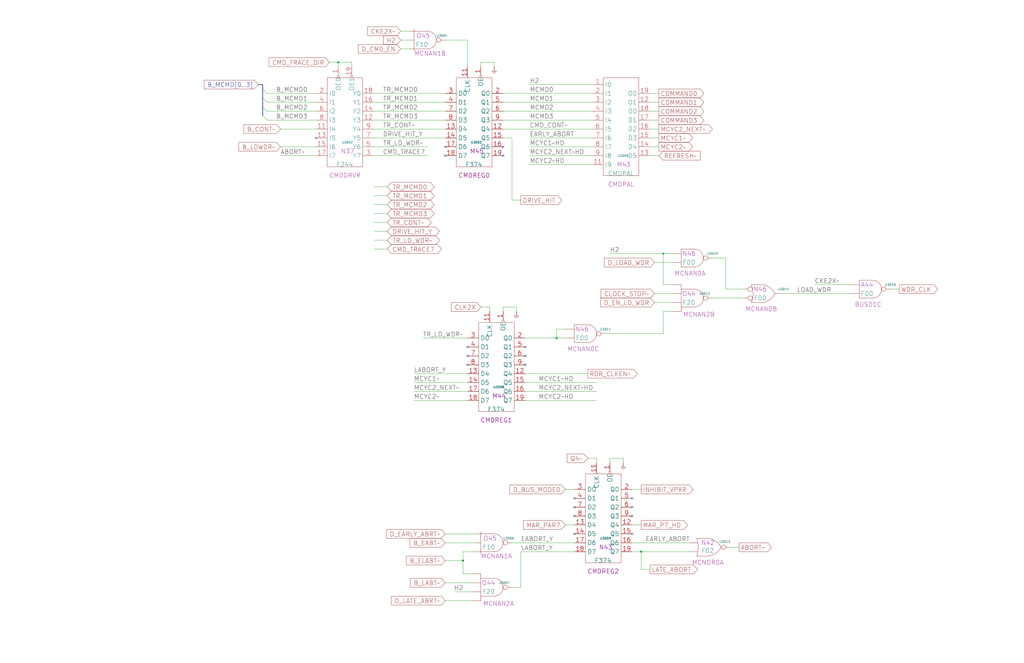
<source format=kicad_sch>
(kicad_sch (version 20230121) (generator eeschema)
  (paper "User" 584.2 378.46)
  (title_block (title "CONTROL\\nCOMMAND + WDR CLOCKS") (date "08-MAR-90") (rev "0.0") (comment 1 "MEM32 BOARD") (comment 2 "232-003066") (comment 3 "S400") (comment 4 "RELEASED"))
  (lib_symbols
    (symbol "r1000:CMDPAL" (pin_names (offset 1.016))
      (property "Reference" "U" (at 2.54 5.08 0))
      (property "Value" "CMDPAL" (at -6.35 -5.08 0))
      (property "Location" "___" (at -1.27 0 0))
      (property "Name" "______" (at 1.27 -12.7 0))
      (symbol "CMDPAL_1_1"
        (rectangle (start -8.89 49.53) (end 11.43 -6.35))
        (pin input line (at -15.24 45.72 0) (length 6.35) (name "I0") (number "1"))
        (pin input line (at -15.24 0 0) (length 6.35) (name "I9") (number "11"))
        (pin output line (at 17.78 35.56 180) (length 6.35) (name "O1") (number "12"))
        (pin input line (at 17.78 5.08 180) (length 6.35) (name "D5") (number "13"))
        (pin output line (at 17.78 10.16 180) (length 6.35) (name "D4") (number "14"))
        (pin output line (at 17.78 15.24 180) (length 6.35) (name "D3") (number "15"))
        (pin output line (at 17.78 20.32 180) (length 6.35) (name "D2") (number "16"))
        (pin output line (at 17.78 25.4 180) (length 6.35) (name "D1") (number "17"))
        (pin output line (at 17.78 30.48 180) (length 6.35) (name "D0") (number "18"))
        (pin output line (at 17.78 40.64 180) (length 6.35) (name "O0") (number "19"))
        (pin input line (at -15.24 40.64 0) (length 6.35) (name "I1") (number "2"))
        (pin input line (at -15.24 35.56 0) (length 6.35) (name "I2") (number "3"))
        (pin input line (at -15.24 30.48 0) (length 6.35) (name "I3") (number "4"))
        (pin input line (at -15.24 25.4 0) (length 6.35) (name "I4") (number "5"))
        (pin input line (at -15.24 20.32 0) (length 6.35) (name "I5") (number "6"))
        (pin input line (at -15.24 15.24 0) (length 6.35) (name "I6") (number "7"))
        (pin input line (at -15.24 10.16 0) (length 6.35) (name "I7") (number "8"))
        (pin input line (at -15.24 5.08 0) (length 6.35) (name "I8") (number "9"))
      )
    )
    (symbol "r1000:F00" (pin_numbers hide) (pin_names hide)
      (property "Reference" "U" (at 15.24 0 0))
      (property "Value" "F00" (at 1.905 -5.08 0))
      (property "Location" "___" (at 1.905 0 0))
      (property "Name" "______" (at 2.54 -12.7 0))
      (symbol "F00_0_1"
        (polyline (pts (xy -2.54 -7.62) (xy 5.08 -7.62)) (stroke (width 0.1524)))
        (polyline (pts (xy -2.54 2.54) (xy -2.54 -7.62)) (stroke (width 0.1524)))
        (polyline (pts (xy -2.54 2.54) (xy 5.08 2.54)) (stroke (width 0.1524)))
        (arc (start 5.08 -7.62) (mid 10.1282 -2.54) (end 5.08 2.54) (stroke (width 0.1524)))
        (circle (center 11.43 -2.54) (radius 1.27) (stroke (width 0.1524)))
      )
      (symbol "F00_0_2"
        (circle (center -3.81 -5.08) (radius 1.27) (stroke (width 0.1524)))
        (circle (center -3.81 0) (radius 1.27) (stroke (width 0.1524)))
        (arc (start -3.175 -7.62) (mid -2.134 -2.54) (end -3.175 2.54) (stroke (width 0.1524)))
        (polyline (pts (xy -3.175 -7.62) (xy 3.81 -7.62)) (stroke (width 0.1524)))
        (polyline (pts (xy -3.175 2.54) (xy 3.81 2.54)) (stroke (width 0.1524)))
        (arc (start 3.81 -7.62) (mid 7.5855 -5.8306) (end 10.16 -2.54) (stroke (width 0.1524)))
        (arc (start 10.16 -2.54) (mid 7.5827 0.7471) (end 3.81 2.54) (stroke (width 0.1524)))
      )
      (symbol "F00_1_1"
        (pin input line (at -7.62 0 0) (length 5.08) (name "D0") (number "1"))
        (pin input line (at -7.62 -5.08 0) (length 5.08) (name "D1") (number "2"))
        (pin output line (at 15.24 -2.54 180) (length 2.54) (name "Q") (number "3"))
      )
      (symbol "F00_1_2"
        (pin input line (at -7.62 0 0) (length 2.54) (name "D0") (number "1"))
        (pin input line (at -7.62 -5.08 0) (length 2.54) (name "D1") (number "2"))
        (pin output line (at 15.24 -2.54 180) (length 5.08) (name "Q") (number "3"))
      )
    )
    (symbol "r1000:F02" (pin_numbers hide) (pin_names hide)
      (property "Reference" "U" (at 12.16 0.635 0))
      (property "Value" "F02" (at -1.27 -4.445 0))
      (property "Location" "___" (at 2.54 0 0))
      (property "Name" "______" (at 2.54 -12.7 0))
      (symbol "F02_0_1"
        (arc (start -3.81 -7.62) (mid -2.9847 -2.54) (end -3.81 2.54) (stroke (width 0.1524)))
        (polyline (pts (xy -5.08 -5.08) (xy -3.175 -5.08)) (stroke (width 0.1524)))
        (polyline (pts (xy -5.08 0) (xy -3.175 0)) (stroke (width 0.1524)))
        (polyline (pts (xy -3.81 -7.62) (xy 2.54 -7.62)) (stroke (width 0.1524)))
        (polyline (pts (xy -3.81 2.54) (xy 2.54 2.54)) (stroke (width 0.1524)))
        (polyline (pts (xy 13.97 -2.54) (xy 12.7 -2.54)) (stroke (width 0.1524)))
        (arc (start 2.54 -7.62) (mid 6.9515 -5.9823) (end 10.16 -2.54) (stroke (width 0.1524)))
        (arc (start 10.16 -2.54) (mid 6.9478 0.8966) (end 2.54 2.54) (stroke (width 0.1524)))
        (circle (center 11.43 -2.54) (radius 1.27) (stroke (width 0.1524)))
      )
      (symbol "F02_0_2"
        (circle (center -3.81 -5.08) (radius 1.27) (stroke (width 0.1524)))
        (circle (center -3.81 0) (radius 1.27) (stroke (width 0.1524)))
        (polyline (pts (xy -2.54 -7.62) (xy 5.08 -7.62)) (stroke (width 0.1524)))
        (polyline (pts (xy -2.54 2.54) (xy -2.54 -7.62)) (stroke (width 0.1524)))
        (polyline (pts (xy -2.54 2.54) (xy 5.08 2.54)) (stroke (width 0.1524)))
        (polyline (pts (xy 11.43 -2.54) (xy 10.16 -2.54)) (stroke (width 0.1524)))
        (polyline (pts (xy 11.43 -2.54) (xy 12.7 -2.54)) (stroke (width 0.1524)))
        (arc (start 5.08 -7.62) (mid 10.1282 -2.54) (end 5.08 2.54) (stroke (width 0.1524)))
      )
      (symbol "F02_1_1"
        (pin input line (at -7.62 0 0) (length 2.54) (name "D0") (number "1"))
        (pin input line (at -7.62 -5.08 0) (length 2.54) (name "D1") (number "2"))
        (pin output line (at 15.24 -2.54 180) (length 1.27) (name "Q") (number "3"))
      )
      (symbol "F02_1_2"
        (pin input line (at -7.62 0 0) (length 2.54) (name "D0") (number "1"))
        (pin input line (at -7.62 -5.08 0) (length 2.54) (name "D1") (number "2"))
        (pin output line (at 15.24 -2.54 180) (length 2.54) (name "Q") (number "3"))
      )
    )
    (symbol "r1000:F10" (pin_numbers hide) (pin_names hide)
      (property "Reference" "U" (at 13.335 0 0))
      (property "Value" "F10" (at 5.715 -5.08 0))
      (property "Location" "___" (at -1.27 0 0))
      (property "Name" "______" (at -2.54 -10.16 0))
      (symbol "F10_0_1"
        (polyline (pts (xy -2.54 -7.62) (xy 5.08 -7.62)) (stroke (width 0.1524)))
        (polyline (pts (xy -2.54 2.54) (xy 5.08 2.54)) (stroke (width 0.1524)))
        (polyline (pts (xy -2.54 3.81) (xy -2.54 -8.89)) (stroke (width 0.1524)))
        (arc (start 5.08 -7.62) (mid 10.1282 -2.54) (end 5.08 2.54) (stroke (width 0.1524)))
        (circle (center 11.43 -2.54) (radius 1.27) (stroke (width 0.1524)))
      )
      (symbol "F10_0_2"
        (circle (center -3.81 -7.62) (radius 1.27) (stroke (width 0.1524)))
        (circle (center -3.81 2.54) (radius 1.27) (stroke (width 0.1524)))
        (circle (center -3.175 -2.54) (radius 1.27) (stroke (width 0.1524)))
        (arc (start -2.54 -7.62) (mid -1.8195 -2.54) (end -2.54 2.54) (stroke (width 0.1524)))
        (polyline (pts (xy -4.445 -2.54) (xy -5.08 -2.54)) (stroke (width 0.1524)))
        (polyline (pts (xy -2.54 -7.62) (xy 5.08 -7.62)) (stroke (width 0.1524)))
        (polyline (pts (xy -2.54 2.54) (xy 5.08 2.54)) (stroke (width 0.1524)))
        (polyline (pts (xy 10.795 -2.54) (xy 12.7 -2.54)) (stroke (width 0.1524)))
        (arc (start 5.08 -7.62) (mid 8.4845 -5.6954) (end 10.795 -2.54) (stroke (width 0.1524)))
        (arc (start 10.795 -2.54) (mid 8.4807 0.6111) (end 5.08 2.54) (stroke (width 0.1524)))
      )
      (symbol "F10_1_1"
        (pin input line (at -5.08 2.54 0) (length 2.54) (name "D0") (number "1"))
        (pin input line (at -5.08 -2.54 0) (length 2.54) (name "D1") (number "2"))
        (pin input line (at -5.08 -7.62 0) (length 2.54) (name "D2") (number "3"))
        (pin output line (at 15.24 -2.54 180) (length 2.54) (name "Q") (number "4"))
      )
      (symbol "F10_1_2"
        (pin input line (at -5.08 2.54 0) (length 0) (name "D0") (number "1"))
        (pin input line (at -5.08 -2.54 0) (length 0) (name "D1") (number "2"))
        (pin input line (at -5.08 -7.62 0) (length 0) (name "D2") (number "3"))
        (pin output line (at 15.24 -2.54 180) (length 2.54) (name "Q") (number "4"))
      )
    )
    (symbol "r1000:F20" (pin_numbers hide) (pin_names hide)
      (property "Reference" "U" (at 8.255 2.54 0))
      (property "Value" "F20" (at -0.635 -2.54 0))
      (property "Location" "___" (at -0.635 2.54 0))
      (property "Name" "______" (at 5.08 -10.795 0))
      (symbol "F20_0_1"
        (polyline (pts (xy -5.08 -5.08) (xy -5.08 -7.62)) (stroke (width 0.1524)))
        (polyline (pts (xy -5.08 5.08) (xy -5.08 -5.08)) (stroke (width 0.1524)))
        (polyline (pts (xy -5.08 7.62) (xy -5.08 5.08)) (stroke (width 0.1524)))
        (polyline (pts (xy 2.54 -5.08) (xy -5.08 -5.08)) (stroke (width 0.1524)))
        (polyline (pts (xy 2.54 5.08) (xy -5.08 5.08)) (stroke (width 0.1524)))
        (arc (start 2.54 -5.08) (mid 7.5882 0) (end 2.54 5.08) (stroke (width 0.1524)))
        (circle (center 8.89 0) (radius 1.27) (stroke (width 0.1524)))
      )
      (symbol "F20_0_2"
        (circle (center -7.62 -7.62) (radius 1.27) (stroke (width 0.1524)))
        (circle (center -7.62 7.62) (radius 1.27) (stroke (width 0.1524)))
        (circle (center -6.985 -2.54) (radius 1.27) (stroke (width 0.1524)))
        (circle (center -6.985 2.54) (radius 1.27) (stroke (width 0.1524)))
        (arc (start -6.35 -7.62) (mid -5.3975 0) (end -6.35 7.62) (stroke (width 0.1524)))
        (polyline (pts (xy -5.715 -5.08) (xy 1.27 -5.08)) (stroke (width 0.1524)))
        (polyline (pts (xy -5.715 5.08) (xy 1.27 5.08)) (stroke (width 0.1524)))
        (arc (start 1.27 -5.08) (mid 5.0518 -3.2985) (end 7.62 0) (stroke (width 0.1524)))
        (arc (start 7.62 0) (mid 5.0518 3.2985) (end 1.27 5.08) (stroke (width 0.1524)))
      )
      (symbol "F20_1_1"
        (pin input line (at -10.16 7.62 0) (length 5.08) (name "D0") (number "1"))
        (pin input line (at -10.16 2.54 0) (length 5.08) (name "D1") (number "2"))
        (pin input line (at -10.16 -2.54 0) (length 5.08) (name "D2") (number "4"))
        (pin input line (at -10.16 -7.62 0) (length 5.08) (name "D3") (number "5"))
        (pin output line (at 12.7 0 180) (length 2.54) (name "Q") (number "6"))
      )
      (symbol "F20_1_2"
        (pin input line (at -10.16 7.62 0) (length 1.27) (name "D0") (number "1"))
        (pin input line (at -10.16 2.54 0) (length 1.905) (name "D1") (number "2"))
        (pin input line (at -10.16 -2.54 0) (length 1.905) (name "D2") (number "4"))
        (pin input line (at -10.16 -7.62 0) (length 1.27) (name "D3") (number "5"))
        (pin output line (at 12.7 0 180) (length 5.08) (name "Q") (number "6"))
      )
    )
    (symbol "r1000:F244" (pin_names (offset 1.016))
      (property "Reference" "U" (at 2.54 5.08 0))
      (property "Value" "F244" (at -3.81 -7.62 0))
      (property "Location" "___" (at -1.27 0 0))
      (property "Name" "______" (at 1.27 -15.24 0))
      (symbol "F244_1_1"
        (rectangle (start -8.89 41.91) (end 11.43 -8.89))
        (circle (center -2.54 42.545) (radius 0.635))
        (circle (center 5.08 42.545) (radius 0.635))
        (pin input line (at -2.54 48.26 270) (length 5.08) (name "OE0") (number "1"))
        (pin input line (at -15.24 12.7 0) (length 6.35) (name "I4") (number "11"))
        (pin tri_state line (at 17.78 17.78 180) (length 6.35) (name "Y3") (number "12"))
        (pin input line (at -15.24 7.62 0) (length 6.35) (name "I5") (number "13"))
        (pin tri_state line (at 17.78 22.86 180) (length 6.35) (name "Y2") (number "14"))
        (pin input line (at -15.24 2.54 0) (length 6.35) (name "I6") (number "15"))
        (pin tri_state line (at 17.78 27.94 180) (length 6.35) (name "Y1") (number "16"))
        (pin input line (at -15.24 -2.54 0) (length 6.35) (name "I7") (number "17"))
        (pin tri_state line (at 17.78 33.02 180) (length 6.35) (name "Y0") (number "18"))
        (pin input line (at 5.08 48.26 270) (length 5.08) (name "OE1") (number "19"))
        (pin input line (at -15.24 33.02 0) (length 6.35) (name "I0") (number "2"))
        (pin tri_state line (at 17.78 -2.54 180) (length 6.35) (name "Y7") (number "3"))
        (pin input line (at -15.24 27.94 0) (length 6.35) (name "I1") (number "4"))
        (pin tri_state line (at 17.78 2.54 180) (length 6.35) (name "Y6") (number "5"))
        (pin input line (at -15.24 22.86 0) (length 6.35) (name "I2") (number "6"))
        (pin tri_state line (at 17.78 7.62 180) (length 6.35) (name "Y5") (number "7"))
        (pin input line (at -15.24 17.78 0) (length 6.35) (name "I3") (number "8"))
        (pin tri_state line (at 17.78 12.7 180) (length 6.35) (name "Y4") (number "9"))
      )
    )
    (symbol "r1000:F374" (pin_names (offset 1.016))
      (property "Reference" "U" (at 2.54 5.08 0))
      (property "Value" "F374" (at -3.81 -7.62 0))
      (property "Location" "___" (at -1.27 0 0))
      (property "Name" "______" (at 1.27 -15.24 0))
      (symbol "F374_1_1"
        (rectangle (start -8.89 41.91) (end 11.43 -8.89))
        (circle (center 5.08 42.545) (radius 0.635))
        (pin input line (at 5.08 48.26 270) (length 5.08) (name "OE") (number "1"))
        (pin input line (at -2.54 48.26 270) (length 6.35) (name "CLK") (number "11"))
        (pin tri_state line (at 17.78 12.7 180) (length 6.35) (name "Q4") (number "12"))
        (pin input line (at -15.24 12.7 0) (length 6.35) (name "D4") (number "13"))
        (pin input line (at -15.24 7.62 0) (length 6.35) (name "D5") (number "14"))
        (pin tri_state line (at 17.78 7.62 180) (length 6.35) (name "Q5") (number "15"))
        (pin tri_state line (at 17.78 2.54 180) (length 6.35) (name "Q6") (number "16"))
        (pin input line (at -15.24 2.54 0) (length 6.35) (name "D6") (number "17"))
        (pin input line (at -15.24 -2.54 0) (length 6.35) (name "D7") (number "18"))
        (pin tri_state line (at 17.78 -2.54 180) (length 6.35) (name "Q7") (number "19"))
        (pin tri_state line (at 17.78 33.02 180) (length 6.35) (name "Q0") (number "2"))
        (pin input line (at -15.24 33.02 0) (length 6.35) (name "D0") (number "3"))
        (pin input line (at -15.24 27.94 0) (length 6.35) (name "D1") (number "4"))
        (pin tri_state line (at 17.78 27.94 180) (length 6.35) (name "Q1") (number "5"))
        (pin tri_state line (at 17.78 22.86 180) (length 6.35) (name "Q2") (number "6"))
        (pin input line (at -15.24 22.86 0) (length 6.35) (name "D2") (number "7"))
        (pin input line (at -15.24 17.78 0) (length 6.35) (name "D3") (number "8"))
        (pin tri_state line (at 17.78 17.78 180) (length 6.35) (name "Q3") (number "9"))
      )
    )
    (symbol "r1000:PD" (power) (pin_numbers hide) (pin_names hide) (in_bom no)
      (symbol "PD_0_1"
        (polyline (pts (xy 0 -2.54) (xy 1.27 -2.54) (xy 0 -3.81) (xy -1.27 -2.54) (xy 0 -2.54)) (stroke (width 0.1524)))
      )
      (symbol "PD_1_1"
        (pin power_in line (at 0 0 270) (length 2.54) (name "PD") (number "1"))
      )
    )
  )
  (junction (at 378.46 144.78))
  (junction (at 193.04 35.56))
  (junction (at 264.16 320.04))
  (junction (at 365.76 314.96))
  (junction (at 317.5 193.04))
  (no_connect (at 360.68 294.64))
  (no_connect (at 266.7 203.2))
  (no_connect (at 287.02 88.9))
  (no_connect (at 327.66 289.56))
  (no_connect (at 360.68 284.48))
  (no_connect (at 287.02 83.82))
  (no_connect (at 254 88.9))
  (no_connect (at 299.72 208.28))
  (no_connect (at 327.66 284.48))
  (no_connect (at 360.68 304.8))
  (no_connect (at 254 83.82))
  (no_connect (at 299.72 198.12))
  (no_connect (at 180.34 78.74))
  (no_connect (at 299.72 203.2))
  (no_connect (at 360.68 289.56))
  (no_connect (at 327.66 294.64))
  (no_connect (at 266.7 198.12))
  (no_connect (at 266.7 208.28))
  (no_connect (at 327.66 304.8))
  (bus_entry (at 149.86 50.8) (size 2.54 2.54))
  (bus_entry (at 149.86 55.88) (size 2.54 2.54))
  (bus_entry (at 149.86 60.96) (size 2.54 2.54))
  (bus_entry (at 149.86 66.04) (size 2.54 2.54))
  (wire (pts (xy 213.36 106.68) (xy 220.98 106.68)))
  (wire (pts (xy 266.7 22.86) (xy 266.7 38.1)))
  (wire (pts (xy 213.36 68.58) (xy 254 68.58)))
  (wire (pts (xy 378.46 177.8) (xy 378.46 190.5)))
  (wire (pts (xy 264.16 327.66) (xy 269.24 327.66)))
  (wire (pts (xy 152.4 63.5) (xy 180.34 63.5)))
  (bus (pts (xy 147.32 48.26) (xy 149.86 48.26)))
  (wire (pts (xy 299.72 193.04) (xy 317.5 193.04)))
  (bus (pts (xy 149.86 60.96) (xy 149.86 66.04)))
  (wire (pts (xy 302.26 93.98) (xy 337.82 93.98)))
  (wire (pts (xy 292.1 114.3) (xy 297.18 114.3)))
  (wire (pts (xy 302.26 48.26) (xy 337.82 48.26)))
  (wire (pts (xy 236.22 223.52) (xy 266.7 223.52)))
  (wire (pts (xy 259.08 337.82) (xy 269.24 337.82)))
  (wire (pts (xy 213.36 127) (xy 220.98 127)))
  (wire (pts (xy 508 165.1) (xy 513.08 165.1)))
  (wire (pts (xy 236.22 213.36) (xy 266.7 213.36)))
  (wire (pts (xy 254 332.74) (xy 269.24 332.74)))
  (wire (pts (xy 228.6 17.78) (xy 233.68 17.78)))
  (wire (pts (xy 302.26 83.82) (xy 337.82 83.82)))
  (wire (pts (xy 297.18 314.96) (xy 327.66 314.96)))
  (wire (pts (xy 464.82 162.56) (xy 485.14 162.56)))
  (wire (pts (xy 193.04 35.56) (xy 193.04 38.1)))
  (wire (pts (xy 274.32 35.56) (xy 274.32 38.1)))
  (wire (pts (xy 213.36 58.42) (xy 254 58.42)))
  (wire (pts (xy 243.84 88.9) (xy 213.36 88.9)))
  (wire (pts (xy 360.68 299.72) (xy 365.76 299.72)))
  (wire (pts (xy 370.84 83.82) (xy 375.92 83.82)))
  (wire (pts (xy 228.6 27.94) (xy 233.68 27.94)))
  (wire (pts (xy 370.84 78.74) (xy 375.92 78.74)))
  (wire (pts (xy 360.68 279.4) (xy 365.76 279.4)))
  (wire (pts (xy 292.1 78.74) (xy 292.1 114.3)))
  (wire (pts (xy 287.02 53.34) (xy 337.82 53.34)))
  (wire (pts (xy 160.02 83.82) (xy 180.34 83.82)))
  (wire (pts (xy 200.66 35.56) (xy 200.66 38.1)))
  (wire (pts (xy 347.98 261.62) (xy 347.98 264.16)))
  (wire (pts (xy 241.3 193.04) (xy 266.7 193.04)))
  (wire (pts (xy 355.6 261.62) (xy 347.98 261.62)))
  (wire (pts (xy 193.04 35.56) (xy 200.66 35.56)))
  (wire (pts (xy 220.98 121.92) (xy 213.36 121.92)))
  (wire (pts (xy 302.26 78.74) (xy 337.82 78.74)))
  (wire (pts (xy 213.36 78.74) (xy 254 78.74)))
  (wire (pts (xy 378.46 177.8) (xy 383.54 177.8)))
  (wire (pts (xy 287.02 78.74) (xy 292.1 78.74)))
  (wire (pts (xy 294.64 175.26) (xy 287.02 175.26)))
  (wire (pts (xy 152.4 58.42) (xy 180.34 58.42)))
  (wire (pts (xy 274.32 175.26) (xy 279.4 175.26)))
  (wire (pts (xy 213.36 73.66) (xy 254 73.66)))
  (wire (pts (xy 271.78 314.96) (xy 264.16 314.96)))
  (wire (pts (xy 287.02 58.42) (xy 337.82 58.42)))
  (wire (pts (xy 370.84 73.66) (xy 375.92 73.66)))
  (wire (pts (xy 254 342.9) (xy 269.24 342.9)))
  (wire (pts (xy 370.84 58.42) (xy 375.92 58.42)))
  (wire (pts (xy 340.36 261.62) (xy 340.36 264.16)))
  (wire (pts (xy 370.84 68.58) (xy 375.92 68.58)))
  (wire (pts (xy 287.02 63.5) (xy 337.82 63.5)))
  (wire (pts (xy 322.58 299.72) (xy 327.66 299.72)))
  (wire (pts (xy 236.22 218.44) (xy 266.7 218.44)))
  (wire (pts (xy 383.54 162.56) (xy 378.46 162.56)))
  (wire (pts (xy 213.36 137.16) (xy 220.98 137.16)))
  (wire (pts (xy 213.36 63.5) (xy 254 63.5)))
  (wire (pts (xy 414.02 165.1) (xy 424.18 165.1)))
  (wire (pts (xy 254 309.88) (xy 271.78 309.88)))
  (wire (pts (xy 378.46 144.78) (xy 383.54 144.78)))
  (wire (pts (xy 281.94 35.56) (xy 281.94 38.1)))
  (wire (pts (xy 187.96 35.56) (xy 193.04 35.56)))
  (wire (pts (xy 287.02 68.58) (xy 337.82 68.58)))
  (bus (pts (xy 149.86 48.26) (xy 149.86 50.8)))
  (wire (pts (xy 152.4 68.58) (xy 180.34 68.58)))
  (wire (pts (xy 279.4 175.26) (xy 279.4 177.8)))
  (wire (pts (xy 360.68 314.96) (xy 365.76 314.96)))
  (wire (pts (xy 228.6 22.86) (xy 233.68 22.86)))
  (wire (pts (xy 220.98 132.08) (xy 213.36 132.08)))
  (wire (pts (xy 335.28 261.62) (xy 340.36 261.62)))
  (wire (pts (xy 378.46 190.5) (xy 345.44 190.5)))
  (wire (pts (xy 414.02 147.32) (xy 414.02 165.1)))
  (wire (pts (xy 373.38 167.64) (xy 383.54 167.64)))
  (wire (pts (xy 370.84 325.12) (xy 365.76 325.12)))
  (wire (pts (xy 322.58 187.96) (xy 317.5 187.96)))
  (wire (pts (xy 299.72 218.44) (xy 340.36 218.44)))
  (wire (pts (xy 365.76 314.96) (xy 393.7 314.96)))
  (wire (pts (xy 299.72 223.52) (xy 340.36 223.52)))
  (bus (pts (xy 149.86 50.8) (xy 149.86 55.88)))
  (wire (pts (xy 213.36 116.84) (xy 220.98 116.84)))
  (wire (pts (xy 213.36 83.82) (xy 243.84 83.82)))
  (wire (pts (xy 236.22 228.6) (xy 266.7 228.6)))
  (wire (pts (xy 355.6 261.62) (xy 355.6 264.16)))
  (wire (pts (xy 416.56 312.42) (xy 421.64 312.42)))
  (wire (pts (xy 317.5 193.04) (xy 322.58 193.04)))
  (wire (pts (xy 373.38 149.86) (xy 383.54 149.86)))
  (wire (pts (xy 254 304.8) (xy 271.78 304.8)))
  (wire (pts (xy 160.02 88.9) (xy 180.34 88.9)))
  (wire (pts (xy 299.72 228.6) (xy 340.36 228.6)))
  (wire (pts (xy 292.1 309.88) (xy 327.66 309.88)))
  (wire (pts (xy 292.1 335.28) (xy 297.18 335.28)))
  (wire (pts (xy 294.64 175.26) (xy 294.64 177.8)))
  (wire (pts (xy 220.98 111.76) (xy 213.36 111.76)))
  (wire (pts (xy 299.72 213.36) (xy 335.28 213.36)))
  (wire (pts (xy 152.4 53.34) (xy 180.34 53.34)))
  (wire (pts (xy 254 320.04) (xy 264.16 320.04)))
  (wire (pts (xy 370.84 63.5) (xy 375.92 63.5)))
  (wire (pts (xy 281.94 35.56) (xy 274.32 35.56)))
  (wire (pts (xy 302.26 88.9) (xy 337.82 88.9)))
  (wire (pts (xy 287.02 175.26) (xy 287.02 177.8)))
  (wire (pts (xy 406.4 147.32) (xy 414.02 147.32)))
  (wire (pts (xy 297.18 335.28) (xy 297.18 314.96)))
  (wire (pts (xy 447.04 167.64) (xy 485.14 167.64)))
  (wire (pts (xy 213.36 53.34) (xy 254 53.34)))
  (wire (pts (xy 264.16 320.04) (xy 264.16 327.66)))
  (wire (pts (xy 213.36 142.24) (xy 220.98 142.24)))
  (wire (pts (xy 365.76 325.12) (xy 365.76 314.96)))
  (wire (pts (xy 370.84 53.34) (xy 375.92 53.34)))
  (wire (pts (xy 347.98 144.78) (xy 378.46 144.78)))
  (wire (pts (xy 360.68 309.88) (xy 393.7 309.88)))
  (wire (pts (xy 254 22.86) (xy 266.7 22.86)))
  (wire (pts (xy 160.02 73.66) (xy 180.34 73.66)))
  (wire (pts (xy 373.38 172.72) (xy 383.54 172.72)))
  (wire (pts (xy 370.84 88.9) (xy 375.92 88.9)))
  (wire (pts (xy 317.5 187.96) (xy 317.5 193.04)))
  (wire (pts (xy 406.4 170.18) (xy 424.18 170.18)))
  (wire (pts (xy 287.02 73.66) (xy 337.82 73.66)))
  (bus (pts (xy 149.86 55.88) (xy 149.86 60.96)))
  (wire (pts (xy 322.58 279.4) (xy 327.66 279.4)))
  (wire (pts (xy 378.46 162.56) (xy 378.46 144.78)))
  (wire (pts (xy 264.16 314.96) (xy 264.16 320.04)))
  (label "MCYC1~HD" (at 302.26 83.82 0) (effects (font (size 2.54 2.54))))
  (label "CKE2X~" (at 464.82 162.56 0) (effects (font (size 2.54 2.54))))
  (label "B_MCMD1" (at 157.48 58.42 0) (effects (font (size 2.54 2.54))))
  (label "TR_MCMD3" (at 218.44 68.58 0) (effects (font (size 2.54 2.54))))
  (label "B_MCMD3" (at 157.48 68.58 0) (effects (font (size 2.54 2.54))))
  (label "B_MCMD2" (at 157.48 63.5 0) (effects (font (size 2.54 2.54))))
  (label "MCMD1" (at 302.26 58.42 0) (effects (font (size 2.54 2.54))))
  (label "TR_CONT~" (at 218.44 73.66 0) (effects (font (size 2.54 2.54))))
  (label "MCYC1~" (at 236.22 218.44 0) (effects (font (size 2.54 2.54))))
  (label "H2" (at 302.26 48.26 0) (effects (font (size 2.54 2.54))))
  (label "MCMD3" (at 302.26 68.58 0) (effects (font (size 2.54 2.54))))
  (label "EARLY_ABORT" (at 302.26 78.74 0) (effects (font (size 2.54 2.54))))
  (label "TR_LD_WDR~" (at 218.44 83.82 0) (effects (font (size 2.54 2.54))))
  (label "LABORT_Y" (at 297.18 314.96 0) (effects (font (size 2.54 2.54))))
  (label "ABORT~" (at 160.02 88.9 0) (effects (font (size 2.54 2.54))))
  (label "LOAD_WDR" (at 454.66 167.64 0) (effects (font (size 2.54 2.54))))
  (label "MCYC2~" (at 236.22 228.6 0) (effects (font (size 2.54 2.54))))
  (label "CMD_CONT~" (at 302.26 73.66 0) (effects (font (size 2.54 2.54))))
  (label "TR_LD_WDR~" (at 241.3 193.04 0) (effects (font (size 2.54 2.54))))
  (label "CMD_TRACE7" (at 218.44 88.9 0) (effects (font (size 2.54 2.54))))
  (label "B_MCMD0" (at 157.48 53.34 0) (effects (font (size 2.54 2.54))))
  (label "MCYC2_NEXT~" (at 236.22 223.52 0) (effects (font (size 2.54 2.54))))
  (label "MCMD2" (at 302.26 63.5 0) (effects (font (size 2.54 2.54))))
  (label "TR_MCMD2" (at 218.44 63.5 0) (effects (font (size 2.54 2.54))))
  (label "MCYC1~HD" (at 307.34 218.44 0) (effects (font (size 2.54 2.54))))
  (label "H2" (at 347.98 144.78 0) (effects (font (size 2.54 2.54))))
  (label "TR_MCMD0" (at 218.44 53.34 0) (effects (font (size 2.54 2.54))))
  (label "DRIVE_HIT_Y" (at 218.44 78.74 0) (effects (font (size 2.54 2.54))))
  (label "TR_MCMD1" (at 218.44 58.42 0) (effects (font (size 2.54 2.54))))
  (label "EARLY_ABORT" (at 368.3 309.88 0) (effects (font (size 2.54 2.54))))
  (label "EABORT_Y" (at 297.18 309.88 0) (effects (font (size 2.54 2.54))))
  (label "MCYC2~HD" (at 307.34 228.6 0) (effects (font (size 2.54 2.54))))
  (label "LABORT_Y" (at 236.22 213.36 0) (effects (font (size 2.54 2.54))))
  (label "MCYC2_NEXT~HD" (at 302.26 88.9 0) (effects (font (size 2.54 2.54))))
  (label "MCYC2_NEXT~HD" (at 307.34 223.52 0) (effects (font (size 2.54 2.54))))
  (label "MCMD0" (at 302.26 53.34 0) (effects (font (size 2.54 2.54))))
  (label "H2" (at 259.08 337.82 0) (effects (font (size 2.54 2.54))))
  (label "MCYC2~HD" (at 302.26 93.98 0) (effects (font (size 2.54 2.54))))
  (global_label "CKE2X~" (shape input) (at 228.6 17.78 180) (effects (font (size 2.54 2.54))) (property "Intersheetrefs" "${INTERSHEET_REFS}" (at 204.7845 17.6213 0) (effects (font (size 1.905 1.905)) (justify right))))
  (global_label "TR_MCMD0" (shape bidirectional) (at 220.98 106.68 0) (effects (font (size 2.54 2.54))) (property "Intersheetrefs" "${INTERSHEET_REFS}" (at 248.7282 106.68 0) (effects (justify left))))
  (global_label "B_ELABT~" (shape input) (at 254 320.04 180) (effects (font (size 2.54 2.54))) (property "Intersheetrefs" "${INTERSHEET_REFS}" (at 231.8778 319.8813 0) (effects (font (size 1.905 1.905)) (justify right))))
  (global_label "MAR_P7_HD" (shape output) (at 365.76 299.72 0) (effects (font (size 2.54 2.54))) (property "Intersheetrefs" "${INTERSHEET_REFS}" (at 392.2365 299.5613 0) (effects (font (size 1.905 1.905)) (justify left))))
  (global_label "TR_CONT~" (shape bidirectional) (at 220.98 127 0) (effects (font (size 2.54 2.54))) (property "Intersheetrefs" "${INTERSHEET_REFS}" (at 247.0349 127 0) (effects (justify left))))
  (global_label "COMMAND3" (shape output) (at 375.92 68.58 0) (effects (font (size 2.54 2.54))) (property "Intersheetrefs" "${INTERSHEET_REFS}" (at 401.5498 68.4213 0) (effects (font (size 1.905 1.905)) (justify left))))
  (global_label "ABORT~" (shape output) (at 421.64 312.42 0) (effects (font (size 2.54 2.54))) (property "Intersheetrefs" "${INTERSHEET_REFS}" (at 440.1336 312.2613 0) (effects (font (size 1.905 1.905)) (justify left))))
  (global_label "CLOCK_STOP~" (shape input) (at 373.38 167.64 180) (effects (font (size 2.54 2.54))) (property "Intersheetrefs" "${INTERSHEET_REFS}" (at 342.9121 167.4813 0) (effects (font (size 1.905 1.905)) (justify right))))
  (global_label "CMD_TRACE7" (shape bidirectional) (at 220.98 142.24 0) (effects (font (size 2.54 2.54))) (property "Intersheetrefs" "${INTERSHEET_REFS}" (at 252.8405 142.24 0) (effects (justify left))))
  (global_label "MCYC2_NEXT~" (shape output) (at 375.92 73.66 0) (effects (font (size 2.54 2.54))) (property "Intersheetrefs" "${INTERSHEET_REFS}" (at 406.3879 73.5013 0) (effects (font (size 1.905 1.905)) (justify left))))
  (global_label "CMD_TRACE_DIR" (shape input) (at 187.96 35.56 180) (effects (font (size 2.54 2.54))) (property "Intersheetrefs" "${INTERSHEET_REFS}" (at 153.5007 35.4013 0) (effects (font (size 1.905 1.905)) (justify right))))
  (global_label "COMMAND0" (shape output) (at 375.92 53.34 0) (effects (font (size 2.54 2.54))) (property "Intersheetrefs" "${INTERSHEET_REFS}" (at 401.5498 53.1813 0) (effects (font (size 1.905 1.905)) (justify left))))
  (global_label "D_CMD_EN" (shape input) (at 228.6 27.94 180) (effects (font (size 2.54 2.54))) (property "Intersheetrefs" "${INTERSHEET_REFS}" (at 204.4216 27.7813 0) (effects (font (size 1.905 1.905)) (justify right))))
  (global_label "B_EABT~" (shape input) (at 254 309.88 180) (effects (font (size 2.54 2.54))) (property "Intersheetrefs" "${INTERSHEET_REFS}" (at 233.934 309.7213 0) (effects (font (size 1.905 1.905)) (justify right))))
  (global_label "LATE_ABORT" (shape output) (at 370.84 325.12 0) (effects (font (size 2.54 2.54))) (property "Intersheetrefs" "${INTERSHEET_REFS}" (at 397.9212 324.9613 0) (effects (font (size 1.905 1.905)) (justify left))))
  (global_label "TR_LD_WDR~" (shape bidirectional) (at 220.98 137.16 0) (effects (font (size 2.54 2.54))) (property "Intersheetrefs" "${INTERSHEET_REFS}" (at 251.752 137.16 0) (effects (justify left))))
  (global_label "DRIVE_HIT_Y" (shape bidirectional) (at 220.98 132.08 0) (effects (font (size 2.54 2.54))) (property "Intersheetrefs" "${INTERSHEET_REFS}" (at 251.6309 132.08 0) (effects (justify left))))
  (global_label "TR_MCMD2" (shape bidirectional) (at 220.98 116.84 0) (effects (font (size 2.54 2.54))) (property "Intersheetrefs" "${INTERSHEET_REFS}" (at 248.7282 116.84 0) (effects (justify left))))
  (global_label "CLK2X" (shape input) (at 274.32 175.26 180) (effects (font (size 2.54 2.54))) (property "Intersheetrefs" "${INTERSHEET_REFS}" (at 250.6254 175.1013 0) (effects (font (size 1.905 1.905)) (justify right))))
  (global_label "DRIVE_HIT" (shape output) (at 297.18 114.3 0) (effects (font (size 2.54 2.54))) (property "Intersheetrefs" "${INTERSHEET_REFS}" (at 320.5117 114.1413 0) (effects (font (size 1.905 1.905)) (justify left))))
  (global_label "H2" (shape input) (at 228.6 22.86 180) (effects (font (size 2.54 2.54))) (property "Intersheetrefs" "${INTERSHEET_REFS}" (at 218.694 22.7013 0) (effects (font (size 1.905 1.905)) (justify right))))
  (global_label "COMMAND1" (shape output) (at 375.92 58.42 0) (effects (font (size 2.54 2.54))) (property "Intersheetrefs" "${INTERSHEET_REFS}" (at 401.5498 58.2613 0) (effects (font (size 1.905 1.905)) (justify left))))
  (global_label "MAR_PAR7" (shape input) (at 322.58 299.72 180) (effects (font (size 2.54 2.54))) (property "Intersheetrefs" "${INTERSHEET_REFS}" (at 298.5226 299.5613 0) (effects (font (size 1.905 1.905)) (justify right))))
  (global_label "TR_MCMD3" (shape bidirectional) (at 220.98 121.92 0) (effects (font (size 2.54 2.54))) (property "Intersheetrefs" "${INTERSHEET_REFS}" (at 248.7282 121.92 0) (effects (justify left))))
  (global_label "COMMAND2" (shape output) (at 375.92 63.5 0) (effects (font (size 2.54 2.54))) (property "Intersheetrefs" "${INTERSHEET_REFS}" (at 401.5498 63.3413 0) (effects (font (size 1.905 1.905)) (justify left))))
  (global_label "Q4~" (shape input) (at 335.28 261.62 180) (effects (font (size 2.54 2.54))) (property "Intersheetrefs" "${INTERSHEET_REFS}" (at 318.6007 261.4613 0) (effects (font (size 1.905 1.905)) (justify right))))
  (global_label "B_CONT~" (shape input) (at 160.02 73.66 180) (effects (font (size 2.54 2.54))) (property "Intersheetrefs" "${INTERSHEET_REFS}" (at 139.1073 73.5013 0) (effects (font (size 1.905 1.905)) (justify right))))
  (global_label "MCYC2~" (shape output) (at 375.92 83.82 0) (effects (font (size 2.54 2.54))) (property "Intersheetrefs" "${INTERSHEET_REFS}" (at 395.1393 83.6613 0) (effects (font (size 1.905 1.905)) (justify left))))
  (global_label "D_LOAD_WDR" (shape input) (at 373.38 149.86 180) (effects (font (size 2.54 2.54))) (property "Intersheetrefs" "${INTERSHEET_REFS}" (at 344.7264 149.7013 0) (effects (font (size 1.905 1.905)) (justify right))))
  (global_label "D_EARLY_ABRT~" (shape input) (at 254 304.8 180) (effects (font (size 2.54 2.54))) (property "Intersheetrefs" "${INTERSHEET_REFS}" (at 220.5083 304.6413 0) (effects (font (size 1.905 1.905)) (justify right))))
  (global_label "D_BUS_MODE0" (shape input) (at 322.58 279.4 180) (effects (font (size 2.54 2.54))) (property "Intersheetrefs" "${INTERSHEET_REFS}" (at 290.9026 279.2413 0) (effects (font (size 1.905 1.905)) (justify right))))
  (global_label "D_LATE_ABRT~" (shape input) (at 254 342.9 180) (effects (font (size 2.54 2.54))) (property "Intersheetrefs" "${INTERSHEET_REFS}" (at 223.2902 342.7413 0) (effects (font (size 1.905 1.905)) (justify right))))
  (global_label "B_LABT~" (shape input) (at 254 332.74 180) (effects (font (size 2.54 2.54))) (property "Intersheetrefs" "${INTERSHEET_REFS}" (at 234.1759 332.5813 0) (effects (font (size 1.905 1.905)) (justify right))))
  (global_label "RDR_CLKEN~" (shape output) (at 335.28 213.36 0) (effects (font (size 2.54 2.54))) (property "Intersheetrefs" "${INTERSHEET_REFS}" (at 363.5708 213.2013 0) (effects (font (size 1.905 1.905)) (justify left))))
  (global_label "MCYC1~" (shape output) (at 375.92 78.74 0) (effects (font (size 2.54 2.54))) (property "Intersheetrefs" "${INTERSHEET_REFS}" (at 395.1393 78.5813 0) (effects (font (size 1.905 1.905)) (justify left))))
  (global_label "WDR_CLK" (shape output) (at 513.08 165.1 0) (effects (font (size 2.54 2.54))) (property "Intersheetrefs" "${INTERSHEET_REFS}" (at 537.5003 164.9413 0) (effects (font (size 1.905 1.905)) (justify left))))
  (global_label "D_EN_LD_WDR" (shape input) (at 373.38 172.72 180) (effects (font (size 2.54 2.54))) (property "Intersheetrefs" "${INTERSHEET_REFS}" (at 342.6702 172.5613 0) (effects (font (size 1.905 1.905)) (justify right))))
  (global_label "B_MCMD[0..3]" (shape input) (at 147.32 48.26 180) (effects (font (size 2.54 2.54))) (property "Intersheetrefs" "${INTERSHEET_REFS}" (at 116.4892 48.1013 0) (effects (font (size 1.905 1.905)) (justify right))))
  (global_label "TR_MCMD1" (shape bidirectional) (at 220.98 111.76 0) (effects (font (size 2.54 2.54))) (property "Intersheetrefs" "${INTERSHEET_REFS}" (at 248.7282 111.76 0) (effects (justify left))))
  (global_label "B_LDWDR~" (shape input) (at 160.02 83.82 180) (effects (font (size 2.54 2.54))) (property "Intersheetrefs" "${INTERSHEET_REFS}" (at 136.3254 83.6613 0) (effects (font (size 1.905 1.905)) (justify right))))
  (global_label "REFRESH~" (shape input) (at 375.92 88.9 0) (effects (font (size 2.54 2.54))) (property "Intersheetrefs" "${INTERSHEET_REFS}" (at 399.4936 88.7413 0) (effects (font (size 1.905 1.905)) (justify left))))
  (global_label "INHIBIT_VPAR" (shape output) (at 365.76 279.4 0) (effects (font (size 2.54 2.54))) (property "Intersheetrefs" "${INTERSHEET_REFS}" (at 395.3812 279.2413 0) (effects (font (size 1.905 1.905)) (justify left))))
  (symbol (lib_id "r1000:F244") (at 195.58 86.36 0) (unit 1)
    (property "Reference" "U3002" (at 198.12 81.28 0))
    (property "Value" "F244" (at 191.77 93.98 0) (effects (font (size 2.54 2.54)) (justify left)))
    (property "Location" "N37" (at 194.31 86.36 0) (effects (font (size 2.54 2.54)) (justify left)))
    (property "Name" "CMDDRVR" (at 196.85 101.6 0) (effects (font (size 2.54 2.54)) (justify bottom)))
  )
  (symbol (lib_id "r1000:F374") (at 281.94 226.06 0) (unit 1)
    (property "Reference" "U3008" (at 284.48 220.98 0))
    (property "Value" "F374" (at 278.13 233.68 0) (effects (font (size 2.54 2.54)) (justify left)))
    (property "Location" "M44" (at 280.67 226.06 0) (effects (font (size 2.54 2.54)) (justify left)))
    (property "Name" "CMDREG1" (at 283.21 241.3 0) (effects (font (size 2.54 2.54)) (justify bottom)))
  )
  (symbol (lib_id "r1000:F00") (at 330.2 187.96 0) (unit 1)
    (property "Reference" "U3011" (at 345.44 187.96 0))
    (property "Value" "F00" (at 332.105 193.04 0) (effects (font (size 2.54 2.54))))
    (property "Location" "N46" (at 332.105 187.96 0) (effects (font (size 2.54 2.54))))
    (property "Name" "MCNAN0C" (at 332.74 200.66 0) (effects (font (size 2.54 2.54)) (justify bottom)))
  )
  (symbol (lib_id "r1000:F20") (at 393.7 170.18 0) (unit 1)
    (property "Reference" "U3012" (at 401.955 167.64 0))
    (property "Value" "F20" (at 393.065 172.72 0) (effects (font (size 2.54 2.54))))
    (property "Location" "O44" (at 393.065 167.64 0) (effects (font (size 2.54 2.54))))
    (property "Name" "MCNAN2B" (at 398.78 180.975 0) (effects (font (size 2.54 2.54)) (justify bottom)))
  )
  (symbol (lib_id "r1000:F20") (at 279.4 335.28 0) (unit 1)
    (property "Reference" "U3007" (at 287.655 332.74 0))
    (property "Value" "F20" (at 278.765 337.82 0) (effects (font (size 2.54 2.54))))
    (property "Location" "O44" (at 278.765 332.74 0) (effects (font (size 2.54 2.54))))
    (property "Name" "MCNAN2A" (at 284.48 346.075 0) (effects (font (size 2.54 2.54)) (justify bottom)))
  )
  (symbol (lib_id "r1000:CMDPAL") (at 353.06 93.98 0) (unit 1)
    (property "Reference" "U3005" (at 355.6 88.9 0))
    (property "Value" "CMDPAL" (at 346.71 99.06 0) (effects (font (size 2.54 2.54)) (justify left)))
    (property "Location" "M43" (at 351.79 93.98 0) (effects (font (size 2.54 2.54)) (justify left)))
    (property "Name" "CMDPAL" (at 354.33 106.68 0) (effects (font (size 2.54 2.54)) (justify bottom)))
  )
  (symbol (lib_id "r1000:PD") (at 294.64 177.8 0) (unit 1) (in_bom no)
    (property "Reference" "#PWR0175" (effects hide))
    (property "Value" "PD" (effects hide))
  )
  (symbol (lib_id "r1000:F00") (at 391.16 144.78 0) (unit 1)
    (property "Reference" "U3010" (at 406.4 144.78 0))
    (property "Value" "F00" (at 393.065 149.86 0) (effects (font (size 2.54 2.54))))
    (property "Location" "N46" (at 393.065 144.78 0) (effects (font (size 2.54 2.54))))
    (property "Name" "MCNAN0A" (at 393.7 157.48 0) (effects (font (size 2.54 2.54)) (justify bottom)))
  )
  (symbol (lib_id "r1000:F10") (at 238.76 20.32 0) (unit 1)
    (property "Reference" "U3004" (at 252.095 20.32 0))
    (property "Value" "F10" (at 244.475 25.4 0) (effects (font (size 2.54 2.54)) (justify right)))
    (property "Location" "O45" (at 237.49 20.32 0) (effects (font (size 2.54 2.54)) (justify left)))
    (property "Name" "MCNAN1B" (at 236.22 30.48 0) (effects (font (size 2.54 2.54)) (justify left)))
  )
  (symbol (lib_id "r1000:F02") (at 401.32 309.88 0) (unit 1)
    (property "Reference" "U3013" (at 413.48 309.245 0))
    (property "Value" "F02" (at 400.05 314.325 0) (effects (font (size 2.54 2.54)) (justify left)))
    (property "Location" "N42" (at 403.86 309.88 0) (effects (font (size 2.54 2.54))))
    (property "Name" "MCNOR0A" (at 403.86 322.58 0) (effects (font (size 2.54 2.54)) (justify bottom)))
  )
  (symbol (lib_id "r1000:F00") (at 431.8 165.1 0) (unit 1) (convert 2)
    (property "Reference" "U3014" (at 447.04 165.1 0))
    (property "Value" "F00" (at 433.705 170.18 0) (effects (font (size 2.54 2.54))))
    (property "Location" "N46" (at 433.705 165.1 0) (effects (font (size 2.54 2.54))))
    (property "Name" "MCNAN0B" (at 434.34 177.8 0) (effects (font (size 2.54 2.54)) (justify bottom)))
  )
  (symbol (lib_id "r1000:F374") (at 269.24 86.36 0) (unit 1)
    (property "Reference" "U3003" (at 271.78 81.28 0))
    (property "Value" "F374" (at 265.43 93.98 0) (effects (font (size 2.54 2.54)) (justify left)))
    (property "Location" "M45" (at 267.97 86.36 0) (effects (font (size 2.54 2.54)) (justify left)))
    (property "Name" "CMDREG0" (at 270.51 101.6 0) (effects (font (size 2.54 2.54)) (justify bottom)))
  )
  (symbol (lib_id "r1000:F00") (at 492.76 162.56 0) (unit 1)
    (property "Reference" "U3016" (at 508 162.56 0))
    (property "Value" "F00" (at 494.665 167.64 0) (effects (font (size 2.54 2.54))))
    (property "Location" "A44" (at 494.665 162.56 0) (effects (font (size 2.54 2.54))))
    (property "Name" "BUSD1C" (at 495.3 175.26 0) (effects (font (size 2.54 2.54)) (justify bottom)))
  )
  (symbol (lib_id "r1000:F10") (at 276.86 307.34 0) (unit 1)
    (property "Reference" "U3006" (at 290.195 307.34 0))
    (property "Value" "F10" (at 282.575 312.42 0) (effects (font (size 2.54 2.54)) (justify right)))
    (property "Location" "O45" (at 275.59 307.34 0) (effects (font (size 2.54 2.54)) (justify left)))
    (property "Name" "MCNAN1A" (at 274.32 317.5 0) (effects (font (size 2.54 2.54)) (justify left)))
  )
  (symbol (lib_id "r1000:PD") (at 355.6 264.16 0) (unit 1) (in_bom no)
    (property "Reference" "#PWR0173" (effects hide))
    (property "Value" "PD" (effects hide))
  )
  (symbol (lib_id "r1000:PD") (at 281.94 38.1 0) (unit 1) (in_bom no)
    (property "Reference" "#PWR0174" (effects hide))
    (property "Value" "PD" (effects hide))
  )
  (symbol (lib_id "r1000:F374") (at 342.9 312.42 0) (unit 1)
    (property "Reference" "U3009" (at 345.44 307.34 0))
    (property "Value" "F374" (at 339.09 320.04 0) (effects (font (size 2.54 2.54)) (justify left)))
    (property "Location" "N43" (at 341.63 312.42 0) (effects (font (size 2.54 2.54)) (justify left)))
    (property "Name" "CMDREG2" (at 344.17 327.66 0) (effects (font (size 2.54 2.54)) (justify bottom)))
  )
)
</source>
